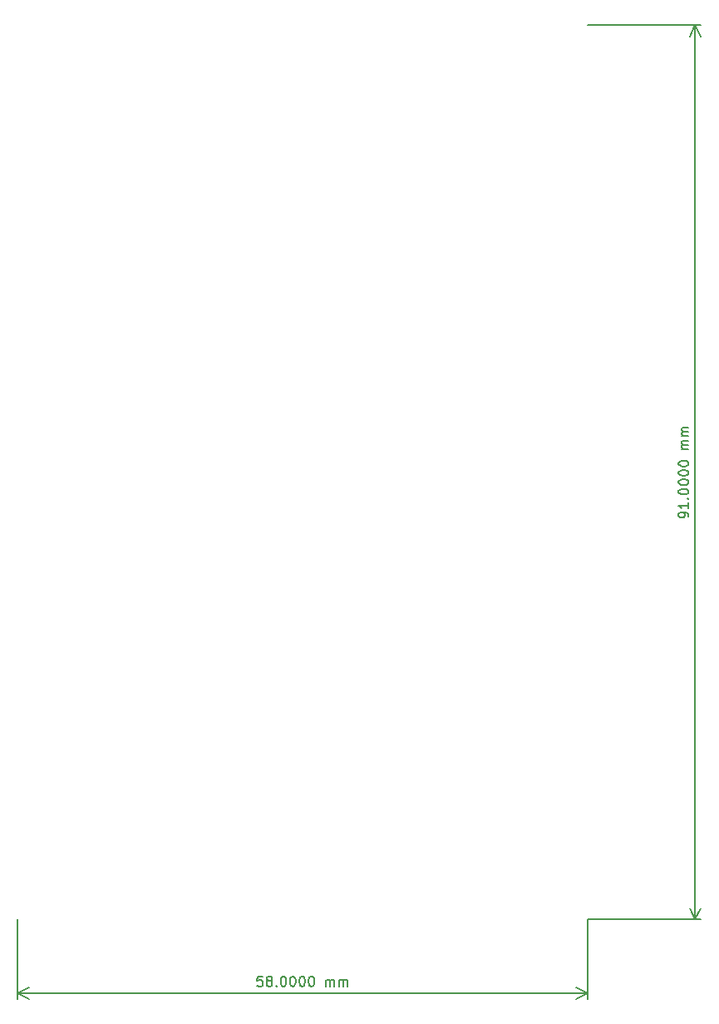
<source format=gbr>
G04 #@! TF.GenerationSoftware,KiCad,Pcbnew,6.0.7-f9a2dced07~116~ubuntu20.04.1*
G04 #@! TF.CreationDate,2022-10-13T01:02:27+01:00*
G04 #@! TF.ProjectId,OpenSpritzer_1.4,4f70656e-5370-4726-9974-7a65725f312e,rev?*
G04 #@! TF.SameCoordinates,Original*
G04 #@! TF.FileFunction,Other,ECO2*
%FSLAX46Y46*%
G04 Gerber Fmt 4.6, Leading zero omitted, Abs format (unit mm)*
G04 Created by KiCad (PCBNEW 6.0.7-f9a2dced07~116~ubuntu20.04.1) date 2022-10-13 01:02:27*
%MOMM*%
%LPD*%
G01*
G04 APERTURE LIST*
%ADD10C,0.150000*%
G04 APERTURE END LIST*
D10*
X120904761Y-172752380D02*
X120428571Y-172752380D01*
X120380952Y-173228571D01*
X120428571Y-173180952D01*
X120523809Y-173133333D01*
X120761904Y-173133333D01*
X120857142Y-173180952D01*
X120904761Y-173228571D01*
X120952380Y-173323809D01*
X120952380Y-173561904D01*
X120904761Y-173657142D01*
X120857142Y-173704761D01*
X120761904Y-173752380D01*
X120523809Y-173752380D01*
X120428571Y-173704761D01*
X120380952Y-173657142D01*
X121523809Y-173180952D02*
X121428571Y-173133333D01*
X121380952Y-173085714D01*
X121333333Y-172990476D01*
X121333333Y-172942857D01*
X121380952Y-172847619D01*
X121428571Y-172800000D01*
X121523809Y-172752380D01*
X121714285Y-172752380D01*
X121809523Y-172800000D01*
X121857142Y-172847619D01*
X121904761Y-172942857D01*
X121904761Y-172990476D01*
X121857142Y-173085714D01*
X121809523Y-173133333D01*
X121714285Y-173180952D01*
X121523809Y-173180952D01*
X121428571Y-173228571D01*
X121380952Y-173276190D01*
X121333333Y-173371428D01*
X121333333Y-173561904D01*
X121380952Y-173657142D01*
X121428571Y-173704761D01*
X121523809Y-173752380D01*
X121714285Y-173752380D01*
X121809523Y-173704761D01*
X121857142Y-173657142D01*
X121904761Y-173561904D01*
X121904761Y-173371428D01*
X121857142Y-173276190D01*
X121809523Y-173228571D01*
X121714285Y-173180952D01*
X122333333Y-173657142D02*
X122380952Y-173704761D01*
X122333333Y-173752380D01*
X122285714Y-173704761D01*
X122333333Y-173657142D01*
X122333333Y-173752380D01*
X123000000Y-172752380D02*
X123095238Y-172752380D01*
X123190476Y-172800000D01*
X123238095Y-172847619D01*
X123285714Y-172942857D01*
X123333333Y-173133333D01*
X123333333Y-173371428D01*
X123285714Y-173561904D01*
X123238095Y-173657142D01*
X123190476Y-173704761D01*
X123095238Y-173752380D01*
X123000000Y-173752380D01*
X122904761Y-173704761D01*
X122857142Y-173657142D01*
X122809523Y-173561904D01*
X122761904Y-173371428D01*
X122761904Y-173133333D01*
X122809523Y-172942857D01*
X122857142Y-172847619D01*
X122904761Y-172800000D01*
X123000000Y-172752380D01*
X123952380Y-172752380D02*
X124047619Y-172752380D01*
X124142857Y-172800000D01*
X124190476Y-172847619D01*
X124238095Y-172942857D01*
X124285714Y-173133333D01*
X124285714Y-173371428D01*
X124238095Y-173561904D01*
X124190476Y-173657142D01*
X124142857Y-173704761D01*
X124047619Y-173752380D01*
X123952380Y-173752380D01*
X123857142Y-173704761D01*
X123809523Y-173657142D01*
X123761904Y-173561904D01*
X123714285Y-173371428D01*
X123714285Y-173133333D01*
X123761904Y-172942857D01*
X123809523Y-172847619D01*
X123857142Y-172800000D01*
X123952380Y-172752380D01*
X124904761Y-172752380D02*
X125000000Y-172752380D01*
X125095238Y-172800000D01*
X125142857Y-172847619D01*
X125190476Y-172942857D01*
X125238095Y-173133333D01*
X125238095Y-173371428D01*
X125190476Y-173561904D01*
X125142857Y-173657142D01*
X125095238Y-173704761D01*
X125000000Y-173752380D01*
X124904761Y-173752380D01*
X124809523Y-173704761D01*
X124761904Y-173657142D01*
X124714285Y-173561904D01*
X124666666Y-173371428D01*
X124666666Y-173133333D01*
X124714285Y-172942857D01*
X124761904Y-172847619D01*
X124809523Y-172800000D01*
X124904761Y-172752380D01*
X125857142Y-172752380D02*
X125952380Y-172752380D01*
X126047619Y-172800000D01*
X126095238Y-172847619D01*
X126142857Y-172942857D01*
X126190476Y-173133333D01*
X126190476Y-173371428D01*
X126142857Y-173561904D01*
X126095238Y-173657142D01*
X126047619Y-173704761D01*
X125952380Y-173752380D01*
X125857142Y-173752380D01*
X125761904Y-173704761D01*
X125714285Y-173657142D01*
X125666666Y-173561904D01*
X125619047Y-173371428D01*
X125619047Y-173133333D01*
X125666666Y-172942857D01*
X125714285Y-172847619D01*
X125761904Y-172800000D01*
X125857142Y-172752380D01*
X127380952Y-173752380D02*
X127380952Y-173085714D01*
X127380952Y-173180952D02*
X127428571Y-173133333D01*
X127523809Y-173085714D01*
X127666666Y-173085714D01*
X127761904Y-173133333D01*
X127809523Y-173228571D01*
X127809523Y-173752380D01*
X127809523Y-173228571D02*
X127857142Y-173133333D01*
X127952380Y-173085714D01*
X128095238Y-173085714D01*
X128190476Y-173133333D01*
X128238095Y-173228571D01*
X128238095Y-173752380D01*
X128714285Y-173752380D02*
X128714285Y-173085714D01*
X128714285Y-173180952D02*
X128761904Y-173133333D01*
X128857142Y-173085714D01*
X129000000Y-173085714D01*
X129095238Y-173133333D01*
X129142857Y-173228571D01*
X129142857Y-173752380D01*
X129142857Y-173228571D02*
X129190476Y-173133333D01*
X129285714Y-173085714D01*
X129428571Y-173085714D01*
X129523809Y-173133333D01*
X129571428Y-173228571D01*
X129571428Y-173752380D01*
X96000000Y-166950000D02*
X96000000Y-175036420D01*
X154000000Y-166950000D02*
X154000000Y-175036420D01*
X96000000Y-174450000D02*
X154000000Y-174450000D01*
X96000000Y-174450000D02*
X154000000Y-174450000D01*
X96000000Y-174450000D02*
X97126504Y-175036421D01*
X96000000Y-174450000D02*
X97126504Y-173863579D01*
X154000000Y-174450000D02*
X152873496Y-173863579D01*
X154000000Y-174450000D02*
X152873496Y-175036421D01*
X164302379Y-125973809D02*
X164302379Y-125783333D01*
X164254760Y-125688095D01*
X164207141Y-125640476D01*
X164064284Y-125545238D01*
X163873808Y-125497619D01*
X163492856Y-125497619D01*
X163397618Y-125545238D01*
X163349999Y-125592857D01*
X163302379Y-125688095D01*
X163302379Y-125878571D01*
X163349999Y-125973809D01*
X163397618Y-126021428D01*
X163492856Y-126069047D01*
X163730951Y-126069047D01*
X163826189Y-126021428D01*
X163873808Y-125973809D01*
X163921427Y-125878571D01*
X163921427Y-125688095D01*
X163873808Y-125592857D01*
X163826189Y-125545238D01*
X163730951Y-125497619D01*
X164302379Y-124545238D02*
X164302379Y-125116666D01*
X164302379Y-124830952D02*
X163302379Y-124830952D01*
X163445237Y-124926190D01*
X163540475Y-125021428D01*
X163588094Y-125116666D01*
X164207141Y-124116666D02*
X164254760Y-124069047D01*
X164302379Y-124116666D01*
X164254760Y-124164285D01*
X164207141Y-124116666D01*
X164302379Y-124116666D01*
X163302379Y-123450000D02*
X163302379Y-123354761D01*
X163349999Y-123259523D01*
X163397618Y-123211904D01*
X163492856Y-123164285D01*
X163683332Y-123116666D01*
X163921427Y-123116666D01*
X164111903Y-123164285D01*
X164207141Y-123211904D01*
X164254760Y-123259523D01*
X164302379Y-123354761D01*
X164302379Y-123450000D01*
X164254760Y-123545238D01*
X164207141Y-123592857D01*
X164111903Y-123640476D01*
X163921427Y-123688095D01*
X163683332Y-123688095D01*
X163492856Y-123640476D01*
X163397618Y-123592857D01*
X163349999Y-123545238D01*
X163302379Y-123450000D01*
X163302379Y-122497619D02*
X163302379Y-122402380D01*
X163349999Y-122307142D01*
X163397618Y-122259523D01*
X163492856Y-122211904D01*
X163683332Y-122164285D01*
X163921427Y-122164285D01*
X164111903Y-122211904D01*
X164207141Y-122259523D01*
X164254760Y-122307142D01*
X164302379Y-122402380D01*
X164302379Y-122497619D01*
X164254760Y-122592857D01*
X164207141Y-122640476D01*
X164111903Y-122688095D01*
X163921427Y-122735714D01*
X163683332Y-122735714D01*
X163492856Y-122688095D01*
X163397618Y-122640476D01*
X163349999Y-122592857D01*
X163302379Y-122497619D01*
X163302379Y-121545238D02*
X163302379Y-121450000D01*
X163349999Y-121354761D01*
X163397618Y-121307142D01*
X163492856Y-121259523D01*
X163683332Y-121211904D01*
X163921427Y-121211904D01*
X164111903Y-121259523D01*
X164207141Y-121307142D01*
X164254760Y-121354761D01*
X164302379Y-121450000D01*
X164302379Y-121545238D01*
X164254760Y-121640476D01*
X164207141Y-121688095D01*
X164111903Y-121735714D01*
X163921427Y-121783333D01*
X163683332Y-121783333D01*
X163492856Y-121735714D01*
X163397618Y-121688095D01*
X163349999Y-121640476D01*
X163302379Y-121545238D01*
X163302379Y-120592857D02*
X163302379Y-120497619D01*
X163349999Y-120402380D01*
X163397618Y-120354761D01*
X163492856Y-120307142D01*
X163683332Y-120259523D01*
X163921427Y-120259523D01*
X164111903Y-120307142D01*
X164207141Y-120354761D01*
X164254760Y-120402380D01*
X164302379Y-120497619D01*
X164302379Y-120592857D01*
X164254760Y-120688095D01*
X164207141Y-120735714D01*
X164111903Y-120783333D01*
X163921427Y-120830952D01*
X163683332Y-120830952D01*
X163492856Y-120783333D01*
X163397618Y-120735714D01*
X163349999Y-120688095D01*
X163302379Y-120592857D01*
X164302379Y-119069047D02*
X163635713Y-119069047D01*
X163730951Y-119069047D02*
X163683332Y-119021428D01*
X163635713Y-118926190D01*
X163635713Y-118783333D01*
X163683332Y-118688095D01*
X163778570Y-118640476D01*
X164302379Y-118640476D01*
X163778570Y-118640476D02*
X163683332Y-118592857D01*
X163635713Y-118497619D01*
X163635713Y-118354761D01*
X163683332Y-118259523D01*
X163778570Y-118211904D01*
X164302379Y-118211904D01*
X164302379Y-117735714D02*
X163635713Y-117735714D01*
X163730951Y-117735714D02*
X163683332Y-117688095D01*
X163635713Y-117592857D01*
X163635713Y-117450000D01*
X163683332Y-117354761D01*
X163778570Y-117307142D01*
X164302379Y-117307142D01*
X163778570Y-117307142D02*
X163683332Y-117259523D01*
X163635713Y-117164285D01*
X163635713Y-117021428D01*
X163683332Y-116926190D01*
X163778570Y-116878571D01*
X164302379Y-116878571D01*
X154000000Y-166950000D02*
X165586419Y-166950000D01*
X154000000Y-75950000D02*
X165586419Y-75950000D01*
X164999999Y-166950000D02*
X164999999Y-75950000D01*
X164999999Y-166950000D02*
X164999999Y-75950000D01*
X164999999Y-166950000D02*
X165586420Y-165823496D01*
X164999999Y-166950000D02*
X164413578Y-165823496D01*
X164999999Y-75950000D02*
X164413578Y-77076504D01*
X164999999Y-75950000D02*
X165586420Y-77076504D01*
M02*

</source>
